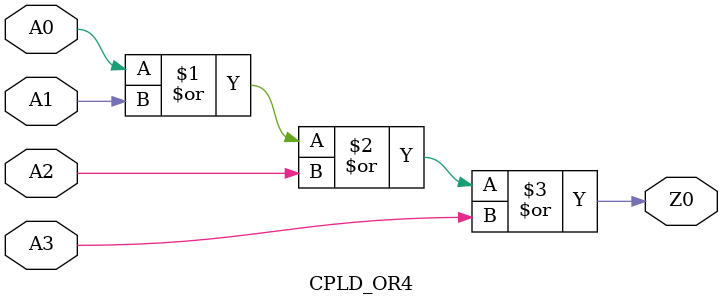
<source format=v>
module CPLD_OR4 (Z0, A0, A1, A2, A3);

    input  A0;
    input  A1;
    input  A2;
    input  A3;

    output  Z0;

    or INST1 (Z0, A0, A1, A2, A3);
endmodule

</source>
